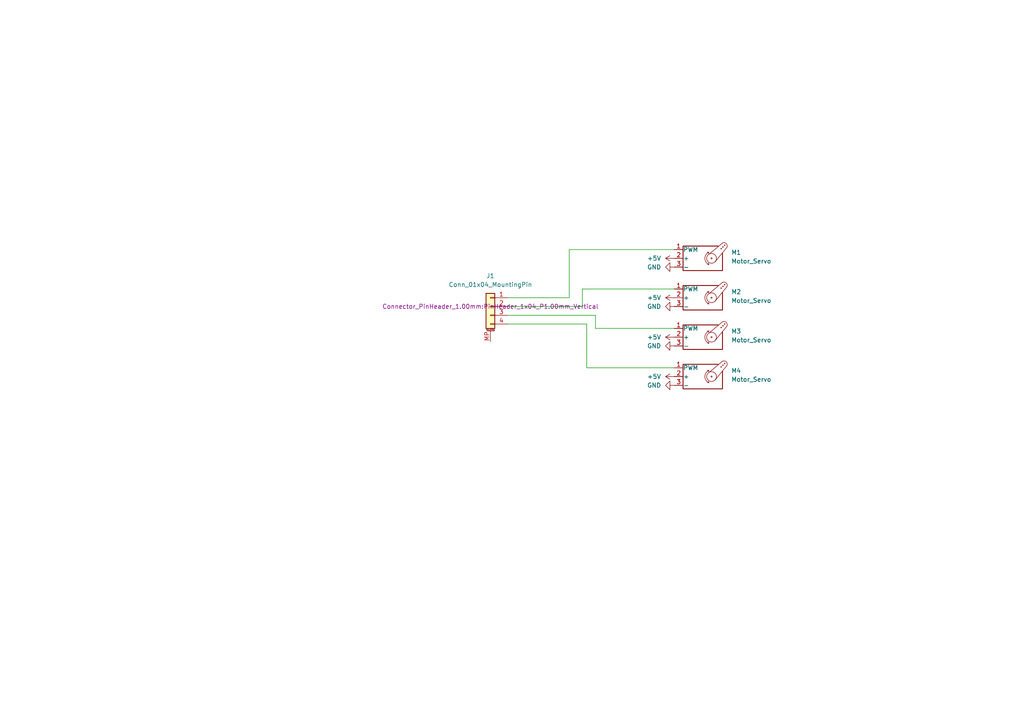
<source format=kicad_sch>
(kicad_sch (version 20230121) (generator eeschema)
  (paper "A4")
  (lib_symbols
    (symbol "Connector_Generic_MountingPin:Conn_01x04_MountingPin" (pin_names (offset 1.016) hide)
      (property "Reference" "J" (at 0 5.08 0))
      (property "Value" "Conn_01x04_MountingPin" (at 1.27 -7.62 0))
      (symbol "Conn_01x04_MountingPin_1_1"
        (rectangle (start -1.27 -4.953) (end 0 -5.207) (stroke (width 0.1524)))
        (rectangle (start -1.27 -2.413) (end 0 -2.667) (stroke (width 0.1524)))
        (rectangle (start -1.27 0.127) (end 0 -0.127) (stroke (width 0.1524)))
        (rectangle (start -1.27 2.667) (end 0 2.413) (stroke (width 0.1524)))
        (rectangle (start -1.27 3.81) (end 1.27 -6.35) (stroke (width 0.254)) (fill (type background)))
        (polyline (pts (xy -1.016 -7.112) (xy 1.016 -7.112)) (stroke (width 0.1524)))
        (text "Mounting" (at 0 -6.731 0) (effects (font (size 0.381 0.381))))
        (pin passive line (at -5.08 2.54 0) (length 3.81) (name "Pin_1") (number "1"))
        (pin passive line (at -5.08 0 0) (length 3.81) (name "Pin_2") (number "2"))
        (pin passive line (at -5.08 -2.54 0) (length 3.81) (name "Pin_3") (number "3"))
        (pin passive line (at -5.08 -5.08 0) (length 3.81) (name "Pin_4") (number "4"))
        (pin passive line (at 0 -10.16 90) (length 3.048) (name "MountPin") (number "MP"))
      )
    )
    (symbol "Motor:Motor_Servo" (pin_names (offset 0.0254))
      (property "Reference" "M" (at -5.08 4.445 0))
      (property "Value" "Motor_Servo" (at -5.08 -4.064 0))
      (symbol "Motor_Servo_0_1"
        (polyline (pts (xy 2.413 -1.778) (xy 2.032 -1.778)))
        (polyline (pts (xy 2.413 -1.778) (xy 2.286 -1.397)))
        (polyline (pts (xy 2.413 1.778) (xy 1.905 1.778)))
        (polyline (pts (xy 2.413 1.778) (xy 2.286 1.397)))
        (polyline (pts (xy 6.35 4.445) (xy 2.54 1.27)))
        (polyline (pts (xy 7.62 3.175) (xy 4.191 -1.016)))
        (polyline (pts (xy 5.08 3.556) (xy -5.08 3.556) (xy -5.08 -3.556) (xy 6.35 -3.556) (xy 6.35 1.524)) (stroke (width 0.254)))
        (arc (start 2.413 1.778) (mid 1.2406 0) (end 2.413 -1.778))
        (circle (center 3.175 0) (radius 0.1778))
        (circle (center 3.175 0) (radius 1.4224))
        (circle (center 5.969 2.794) (radius 0.127))
        (circle (center 6.477 3.302) (radius 0.127))
        (circle (center 6.985 3.81) (radius 0.127))
        (arc (start 7.62 3.175) (mid 7.4485 4.2735) (end 6.35 4.445))
      )
      (symbol "Motor_Servo_1_1"
        (pin passive line (at -7.62 2.54 0) (length 2.54) (name "PWM") (number "1"))
        (pin passive line (at -7.62 0 0) (length 2.54) (name "+") (number "2"))
        (pin passive line (at -7.62 -2.54 0) (length 2.54) (name "-") (number "3"))
      )
    )
    (symbol "power:+5V" (power) (pin_names (offset 0))
      (property "Value" "+5V" (at 0 3.556 0))
      (symbol "+5V_0_1"
        (polyline (pts (xy -0.762 1.27) (xy 0 2.54)))
        (polyline (pts (xy 0 0) (xy 0 2.54)))
        (polyline (pts (xy 0 2.54) (xy 0.762 1.27)))
      )
      (symbol "+5V_1_1"
        (pin power_in line (at 0 0 90) (length 0) hide (name "+5V") (number "1"))
      )
    )
    (symbol "power:GND" (power) (pin_names (offset 0))
      (property "Value" "GND" (at 0 -3.81 0))
      (symbol "GND_0_1"
        (polyline (pts (xy 0 0) (xy 0 -1.27) (xy 1.27 -1.27) (xy 0 -2.54) (xy -1.27 -1.27) (xy 0 -1.27)))
      )
      (symbol "GND_1_1"
        (pin power_in line (at 0 0 270) (length 0) hide (name "GND") (number "1"))
      )
    )
  )
  (wire (pts (xy 195.58 95.25) (xy 172.72 95.25)))
  (wire (pts (xy 172.72 95.25) (xy 172.72 91.44)))
  (wire (pts (xy 165.1 72.39) (xy 165.1 86.36)))
  (wire (pts (xy 195.58 83.82) (xy 168.91 83.82)))
  (wire (pts (xy 172.72 91.44) (xy 147.32 91.44)))
  (wire (pts (xy 165.1 86.36) (xy 147.32 86.36)))
  (wire (pts (xy 170.18 106.68) (xy 195.58 106.68)))
  (wire (pts (xy 170.18 93.98) (xy 170.18 106.68)))
  (wire (pts (xy 195.58 72.39) (xy 165.1 72.39)))
  (wire (pts (xy 147.32 93.98) (xy 170.18 93.98)))
  (wire (pts (xy 168.91 83.82) (xy 168.91 88.9)))
  (wire (pts (xy 168.91 88.9) (xy 147.32 88.9)))
  (symbol (lib_id "Connector_Generic_MountingPin:Conn_01x04_MountingPin") (at 142.24 88.9 0) (mirror y) (unit 1)
    (property "Reference" "J1" (at 142.24 80.01 0))
    (property "Value" "Conn_01x04_MountingPin" (at 142.24 82.55 0))
    (property "Footprint" "Connector_PinHeader_1.00mm:PinHeader_1x04_P1.00mm_Vertical" (at 142.24 88.9 0))
  )
  (symbol (lib_id "power:GND") (at 195.58 88.9 270) (unit 1)
    (property "Reference" "#PWR01" (effects hide))
    (property "Value" "GND" (at 191.77 88.9 90) (effects (justify right)))
  )
  (symbol (lib_id "power:GND") (at 195.58 77.47 270) (unit 1)
    (property "Reference" "#PWR02" (effects hide))
    (property "Value" "GND" (at 191.77 77.47 90) (effects (justify right)))
  )
  (symbol (lib_id "Motor:Motor_Servo") (at 203.2 74.93 0) (unit 1)
    (property "Reference" "M1" (at 212.09 73.2266 0) (effects (justify left)))
    (property "Value" "Motor_Servo" (at 212.09 75.7666 0) (effects (justify left)))
    (property "Footprint" "Connector_PinHeader_2.54mm:PinHeader_1x03_P2.54mm_Vertical" (effects hide))
    (property "Datasheet" "http://forums.parallax.com/uploads/attachments/46831/74481.png" (effects hide))
  )
  (symbol (lib_id "power:GND") (at 195.58 100.33 270) (unit 1)
    (property "Reference" "#PWR03" (effects hide))
    (property "Value" "GND" (at 191.77 100.33 90) (effects (justify right)))
  )
  (symbol (lib_id "power:GND") (at 195.58 111.76 270) (unit 1)
    (property "Reference" "#PWR04" (effects hide))
    (property "Value" "GND" (at 191.77 111.76 90) (effects (justify right)))
  )
  (symbol (lib_id "Motor:Motor_Servo") (at 203.2 86.36 0) (unit 1)
    (property "Reference" "M2" (at 212.09 84.6566 0) (effects (justify left)))
    (property "Value" "Motor_Servo" (at 212.09 87.1966 0) (effects (justify left)))
    (property "Footprint" "Connector_PinHeader_2.54mm:PinHeader_1x03_P2.54mm_Vertical" (effects hide))
    (property "Datasheet" "http://forums.parallax.com/uploads/attachments/46831/74481.png" (effects hide))
  )
  (symbol (lib_id "power:+5V") (at 195.58 109.22 90) (unit 1)
    (property "Reference" "#PWR08" (effects hide))
    (property "Value" "+5V" (at 191.77 109.22 90) (effects (justify left)))
  )
  (symbol (lib_id "Motor:Motor_Servo") (at 203.2 109.22 0) (unit 1)
    (property "Reference" "M4" (at 212.09 107.5166 0) (effects (justify left)))
    (property "Value" "Motor_Servo" (at 212.09 110.0566 0) (effects (justify left)))
    (property "Footprint" "Connector_PinHeader_2.54mm:PinHeader_1x03_P2.54mm_Vertical" (effects hide))
    (property "Datasheet" "http://forums.parallax.com/uploads/attachments/46831/74481.png" (effects hide))
  )
  (symbol (lib_id "power:+5V") (at 195.58 86.36 90) (unit 1)
    (property "Reference" "#PWR06" (effects hide))
    (property "Value" "+5V" (at 191.77 86.36 90) (effects (justify left)))
  )
  (symbol (lib_id "Motor:Motor_Servo") (at 203.2 97.79 0) (unit 1)
    (property "Reference" "M3" (at 212.09 96.0866 0) (effects (justify left)))
    (property "Value" "Motor_Servo" (at 212.09 98.6266 0) (effects (justify left)))
    (property "Footprint" "Connector_PinHeader_2.54mm:PinHeader_1x03_P2.54mm_Vertical" (effects hide))
    (property "Datasheet" "http://forums.parallax.com/uploads/attachments/46831/74481.png" (effects hide))
  )
  (symbol (lib_id "power:+5V") (at 195.58 74.93 90) (unit 1)
    (property "Reference" "#PWR05" (effects hide))
    (property "Value" "+5V" (at 191.77 74.93 90) (effects (justify left)))
  )
  (symbol (lib_id "power:+5V") (at 195.58 97.79 90) (unit 1)
    (property "Reference" "#PWR07" (effects hide))
    (property "Value" "+5V" (at 191.77 97.79 90) (effects (justify left)))
  )
)
</source>
